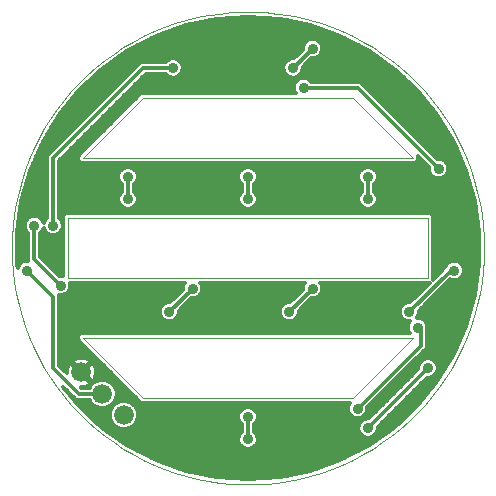
<source format=gbl>
G75*
G70*
%OFA0B0*%
%FSLAX24Y24*%
%IPPOS*%
%LPD*%
%AMOC8*
5,1,8,0,0,1.08239X$1,22.5*
%
%ADD10C,0.0000*%
%ADD11C,0.0660*%
%ADD12C,0.0120*%
%ADD13C,0.0357*%
D10*
X004664Y003164D02*
X002664Y005164D01*
X013664Y005164D01*
X011664Y003164D01*
X004664Y003164D01*
X002164Y007164D02*
X002164Y009164D01*
X014164Y009164D01*
X014164Y007164D01*
X002164Y007164D01*
X002664Y011164D02*
X004664Y013164D01*
X011664Y013164D01*
X013664Y011164D01*
X002664Y011164D01*
X000290Y008164D02*
X000299Y007784D01*
X000327Y007404D01*
X000373Y007026D01*
X000437Y006651D01*
X000519Y006280D01*
X000619Y005912D01*
X000736Y005551D01*
X000871Y005195D01*
X001023Y004846D01*
X001192Y004505D01*
X001377Y004172D01*
X001578Y003849D01*
X001794Y003536D01*
X002025Y003233D01*
X002270Y002943D01*
X002529Y002664D01*
X002802Y002398D01*
X003087Y002146D01*
X003383Y001907D01*
X003691Y001684D01*
X004009Y001475D01*
X004337Y001282D01*
X004674Y001106D01*
X005019Y000945D01*
X005372Y000802D01*
X005731Y000675D01*
X006095Y000567D01*
X006465Y000476D01*
X006838Y000402D01*
X007215Y000347D01*
X007594Y000311D01*
X007974Y000292D01*
X008354Y000292D01*
X008734Y000311D01*
X009113Y000347D01*
X009490Y000402D01*
X009863Y000476D01*
X010233Y000567D01*
X010597Y000675D01*
X010956Y000802D01*
X011309Y000945D01*
X011654Y001106D01*
X011991Y001282D01*
X012319Y001475D01*
X012637Y001684D01*
X012945Y001907D01*
X013241Y002146D01*
X013526Y002398D01*
X013799Y002664D01*
X014058Y002943D01*
X014303Y003233D01*
X014534Y003536D01*
X014750Y003849D01*
X014951Y004172D01*
X015136Y004505D01*
X015305Y004846D01*
X015457Y005195D01*
X015592Y005551D01*
X015709Y005912D01*
X015809Y006280D01*
X015891Y006651D01*
X015955Y007026D01*
X016001Y007404D01*
X016029Y007784D01*
X016038Y008164D01*
X016029Y008544D01*
X016001Y008924D01*
X015955Y009302D01*
X015891Y009677D01*
X015809Y010048D01*
X015709Y010416D01*
X015592Y010777D01*
X015457Y011133D01*
X015305Y011482D01*
X015136Y011823D01*
X014951Y012156D01*
X014750Y012479D01*
X014534Y012792D01*
X014303Y013095D01*
X014058Y013385D01*
X013799Y013664D01*
X013526Y013930D01*
X013241Y014182D01*
X012945Y014421D01*
X012637Y014644D01*
X012319Y014853D01*
X011991Y015046D01*
X011654Y015222D01*
X011309Y015383D01*
X010956Y015526D01*
X010597Y015653D01*
X010233Y015761D01*
X009863Y015852D01*
X009490Y015926D01*
X009113Y015981D01*
X008734Y016017D01*
X008354Y016036D01*
X007974Y016036D01*
X007594Y016017D01*
X007215Y015981D01*
X006838Y015926D01*
X006465Y015852D01*
X006095Y015761D01*
X005731Y015653D01*
X005372Y015526D01*
X005019Y015383D01*
X004674Y015222D01*
X004337Y015046D01*
X004009Y014853D01*
X003691Y014644D01*
X003383Y014421D01*
X003087Y014182D01*
X002802Y013930D01*
X002529Y013664D01*
X002270Y013385D01*
X002025Y013095D01*
X001794Y012792D01*
X001578Y012479D01*
X001377Y012156D01*
X001192Y011823D01*
X001023Y011482D01*
X000871Y011133D01*
X000736Y010777D01*
X000619Y010416D01*
X000519Y010048D01*
X000437Y009677D01*
X000373Y009302D01*
X000327Y008924D01*
X000299Y008544D01*
X000290Y008164D01*
D11*
X002603Y004017D03*
X003310Y003310D03*
X004017Y002603D03*
D12*
X003553Y002711D02*
X002727Y002711D01*
X002600Y002829D02*
X003602Y002829D01*
X003619Y002869D02*
X003547Y002697D01*
X003547Y002510D01*
X003619Y002337D01*
X003751Y002205D01*
X003924Y002133D01*
X004111Y002133D01*
X004284Y002205D01*
X004416Y002337D01*
X004487Y002510D01*
X004487Y002697D01*
X004416Y002869D01*
X004284Y003002D01*
X004111Y003073D01*
X003924Y003073D01*
X003751Y003002D01*
X003619Y002869D01*
X003576Y002912D02*
X003709Y003044D01*
X003780Y003217D01*
X003780Y003404D01*
X003709Y003576D01*
X003576Y003709D01*
X003404Y003780D01*
X003217Y003780D01*
X003044Y003709D01*
X002912Y003576D01*
X002884Y003510D01*
X002600Y003510D01*
X002583Y003527D01*
X002642Y003527D01*
X002718Y003539D01*
X002791Y003563D01*
X002860Y003598D01*
X002922Y003644D01*
X002603Y003963D01*
X002658Y004017D01*
X002977Y003698D01*
X003022Y003760D01*
X003057Y003829D01*
X003081Y003903D01*
X003093Y003979D01*
X003093Y004056D01*
X003081Y004132D01*
X003057Y004205D01*
X003022Y004274D01*
X002977Y004336D01*
X002977Y004337D01*
X002658Y004017D01*
X002603Y004072D01*
X002549Y004017D01*
X002229Y004337D01*
X002229Y004336D02*
X002184Y004274D01*
X002149Y004205D01*
X002125Y004132D01*
X002113Y004056D01*
X002113Y003997D01*
X001864Y004247D01*
X001864Y006456D01*
X001864Y006595D01*
X001977Y006595D01*
X002094Y006644D01*
X002184Y006733D01*
X002232Y006850D01*
X002232Y006977D01*
X002221Y007004D01*
X002230Y007004D01*
X006054Y007004D01*
X006043Y006994D01*
X005995Y006877D01*
X005995Y006778D01*
X005574Y006357D01*
X005475Y006357D01*
X005358Y006309D01*
X005269Y006219D01*
X005220Y006102D01*
X005220Y005975D01*
X005269Y005858D01*
X005358Y005769D01*
X005475Y005720D01*
X005602Y005720D01*
X005719Y005769D01*
X005809Y005858D01*
X005857Y005975D01*
X005857Y006074D01*
X006278Y006495D01*
X006377Y006495D01*
X006494Y006543D01*
X006583Y006633D01*
X006632Y006750D01*
X006632Y006877D01*
X006583Y006994D01*
X006573Y007004D01*
X010054Y007004D01*
X010043Y006994D01*
X009995Y006877D01*
X009995Y006778D01*
X009574Y006357D01*
X009475Y006357D01*
X009358Y006309D01*
X009269Y006219D01*
X009220Y006102D01*
X009220Y005975D01*
X009269Y005858D01*
X009358Y005769D01*
X009475Y005720D01*
X009602Y005720D01*
X009719Y005769D01*
X009809Y005858D01*
X009857Y005975D01*
X009857Y006074D01*
X010278Y006495D01*
X010377Y006495D01*
X010494Y006543D01*
X010583Y006633D01*
X010632Y006750D01*
X010632Y006877D01*
X010583Y006994D01*
X010573Y007004D01*
X014097Y007004D01*
X014221Y007004D01*
X013574Y006357D01*
X013475Y006357D01*
X013358Y006309D01*
X013269Y006219D01*
X013220Y006102D01*
X013220Y005975D01*
X013269Y005858D01*
X013358Y005769D01*
X013475Y005720D01*
X013569Y005720D01*
X013543Y005695D01*
X013495Y005578D01*
X013495Y005451D01*
X013543Y005334D01*
X013554Y005324D01*
X002730Y005324D01*
X002597Y005324D01*
X002504Y005230D01*
X002504Y005097D01*
X004597Y003004D01*
X004730Y003004D01*
X011554Y003004D01*
X011543Y002994D01*
X011495Y002877D01*
X011495Y002750D01*
X011543Y002633D01*
X011633Y002543D01*
X011750Y002495D01*
X011877Y002495D01*
X011994Y002543D01*
X012083Y002633D01*
X012132Y002750D01*
X012132Y002849D01*
X014114Y004831D01*
X014114Y004997D01*
X014114Y005331D01*
X014114Y005407D01*
X014132Y005451D01*
X014132Y005578D01*
X014083Y005695D01*
X013994Y005784D01*
X013877Y005833D01*
X013783Y005833D01*
X013809Y005858D01*
X013857Y005975D01*
X013857Y006074D01*
X014907Y007124D01*
X014975Y007095D01*
X015102Y007095D01*
X015219Y007144D01*
X015309Y007233D01*
X015357Y007350D01*
X015357Y007477D01*
X015309Y007594D01*
X015219Y007684D01*
X015102Y007732D01*
X014975Y007732D01*
X014858Y007684D01*
X014769Y007594D01*
X014739Y007522D01*
X014324Y007107D01*
X014324Y009097D01*
X014324Y009230D01*
X014230Y009324D01*
X002230Y009324D01*
X002097Y009324D01*
X002004Y009230D01*
X002004Y007221D01*
X001977Y007232D01*
X001878Y007232D01*
X001239Y007872D01*
X001239Y008663D01*
X001309Y008733D01*
X001351Y008836D01*
X001394Y008733D01*
X001483Y008644D01*
X001600Y008595D01*
X001727Y008595D01*
X001844Y008644D01*
X001934Y008733D01*
X001982Y008850D01*
X001982Y008977D01*
X001934Y009094D01*
X001864Y009164D01*
X001864Y011081D01*
X004747Y013964D01*
X005413Y013964D01*
X005483Y013894D01*
X005600Y013845D01*
X005727Y013845D01*
X005844Y013894D01*
X005934Y013983D01*
X005982Y014100D01*
X005982Y014227D01*
X005934Y014344D01*
X005844Y014434D01*
X005727Y014482D01*
X005600Y014482D01*
X005483Y014434D01*
X005413Y014364D01*
X004581Y014364D01*
X004464Y014247D01*
X001464Y011247D01*
X001464Y011081D01*
X001464Y009164D01*
X001394Y009094D01*
X001351Y008991D01*
X001309Y009094D01*
X001219Y009184D01*
X001102Y009232D01*
X000975Y009232D01*
X000858Y009184D01*
X000769Y009094D01*
X000720Y008977D01*
X000720Y008850D01*
X000769Y008733D01*
X000839Y008663D01*
X000839Y007872D01*
X000839Y007732D01*
X000725Y007732D01*
X000608Y007684D01*
X000519Y007594D01*
X000485Y007512D01*
X000468Y007637D01*
X000450Y008164D01*
X000839Y008164D01*
X000839Y008282D02*
X000454Y008282D01*
X000450Y008164D02*
X000468Y008690D01*
X000611Y009733D01*
X000895Y010747D01*
X001315Y011713D01*
X001862Y012612D01*
X002526Y013429D01*
X003296Y014148D01*
X004156Y014755D01*
X005090Y015239D01*
X006083Y015592D01*
X007113Y015806D01*
X008164Y015878D01*
X009214Y015806D01*
X010245Y015592D01*
X011237Y015239D01*
X012172Y014755D01*
X013032Y014148D01*
X013801Y013429D01*
X014466Y012612D01*
X015013Y011713D01*
X015432Y010747D01*
X015716Y009733D01*
X015860Y008690D01*
X015878Y008164D01*
X015878Y008164D01*
X014324Y008164D01*
X014324Y008282D02*
X015874Y008282D01*
X015878Y008164D02*
X015860Y007637D01*
X015716Y006594D01*
X015432Y005580D01*
X015013Y004615D01*
X014466Y003715D01*
X013801Y002899D01*
X013032Y002180D01*
X012172Y001573D01*
X011237Y001088D01*
X010245Y000736D01*
X009214Y000522D01*
X008164Y000450D01*
X007113Y000522D01*
X006083Y000736D01*
X005090Y001088D01*
X004156Y001573D01*
X003296Y002180D01*
X002526Y002899D01*
X002002Y003543D01*
X002434Y003110D01*
X002600Y003110D01*
X002884Y003110D01*
X002912Y003044D01*
X003044Y002912D01*
X003217Y002840D01*
X003404Y002840D01*
X003576Y002912D01*
X003613Y002948D02*
X003697Y002948D01*
X003718Y003066D02*
X003908Y003066D01*
X003767Y003185D02*
X004416Y003185D01*
X004298Y003304D02*
X003780Y003304D01*
X003773Y003422D02*
X004179Y003422D01*
X004061Y003541D02*
X003724Y003541D01*
X003626Y003659D02*
X003942Y003659D01*
X003824Y003778D02*
X003410Y003778D01*
X003211Y003778D02*
X003031Y003778D01*
X002977Y003698D02*
X002977Y003698D01*
X002994Y003659D02*
X002907Y003659D01*
X002922Y003644D02*
X002922Y003644D01*
X002897Y003541D02*
X002722Y003541D01*
X002517Y003310D02*
X001664Y004164D01*
X001664Y006539D01*
X000789Y007414D01*
X000509Y007571D02*
X000477Y007571D01*
X000466Y007690D02*
X000623Y007690D01*
X000462Y007808D02*
X000839Y007808D01*
X000839Y007927D02*
X000458Y007927D01*
X000454Y008045D02*
X000839Y008045D01*
X001039Y007789D02*
X001914Y006914D01*
X002043Y006623D02*
X005840Y006623D01*
X005958Y006741D02*
X002187Y006741D01*
X002232Y006860D02*
X005995Y006860D01*
X006037Y006978D02*
X002232Y006978D01*
X002004Y007334D02*
X001776Y007334D01*
X001658Y007453D02*
X002004Y007453D01*
X002004Y007571D02*
X001539Y007571D01*
X001421Y007690D02*
X002004Y007690D01*
X002004Y007808D02*
X001302Y007808D01*
X001239Y007927D02*
X002004Y007927D01*
X002004Y008045D02*
X001239Y008045D01*
X001239Y008164D02*
X002004Y008164D01*
X002004Y008282D02*
X001239Y008282D01*
X001239Y008401D02*
X002004Y008401D01*
X002004Y008519D02*
X001239Y008519D01*
X001239Y008638D02*
X001498Y008638D01*
X001384Y008756D02*
X001318Y008756D01*
X001350Y008994D02*
X001352Y008994D01*
X001291Y009112D02*
X001412Y009112D01*
X001464Y009231D02*
X001106Y009231D01*
X000972Y009231D02*
X000542Y009231D01*
X000558Y009349D02*
X001464Y009349D01*
X001464Y009468D02*
X000575Y009468D01*
X000591Y009586D02*
X001464Y009586D01*
X001464Y009705D02*
X000607Y009705D01*
X000636Y009823D02*
X001464Y009823D01*
X001464Y009942D02*
X000670Y009942D01*
X000703Y010060D02*
X001464Y010060D01*
X001464Y010179D02*
X000736Y010179D01*
X000769Y010298D02*
X001464Y010298D01*
X001464Y010416D02*
X000802Y010416D01*
X000836Y010535D02*
X001464Y010535D01*
X001464Y010653D02*
X000869Y010653D01*
X000906Y010772D02*
X001464Y010772D01*
X001464Y010890D02*
X000957Y010890D01*
X001009Y011009D02*
X001464Y011009D01*
X001464Y011127D02*
X001060Y011127D01*
X001112Y011246D02*
X001464Y011246D01*
X001582Y011364D02*
X001163Y011364D01*
X001215Y011483D02*
X001700Y011483D01*
X001819Y011602D02*
X001266Y011602D01*
X001319Y011720D02*
X001937Y011720D01*
X002056Y011839D02*
X001391Y011839D01*
X001463Y011957D02*
X002174Y011957D01*
X002293Y012076D02*
X001535Y012076D01*
X001607Y012194D02*
X002411Y012194D01*
X002530Y012313D02*
X001679Y012313D01*
X001752Y012431D02*
X002649Y012431D01*
X002767Y012550D02*
X001824Y012550D01*
X001907Y012668D02*
X002886Y012668D01*
X003004Y012787D02*
X002004Y012787D01*
X002100Y012906D02*
X003123Y012906D01*
X003241Y013024D02*
X002197Y013024D01*
X002293Y013143D02*
X003360Y013143D01*
X003478Y013261D02*
X002389Y013261D01*
X002486Y013380D02*
X003597Y013380D01*
X003715Y013498D02*
X002600Y013498D01*
X002727Y013617D02*
X003834Y013617D01*
X003952Y013735D02*
X002854Y013735D01*
X002981Y013854D02*
X004071Y013854D01*
X004190Y013972D02*
X003108Y013972D01*
X003235Y014091D02*
X004308Y014091D01*
X004427Y014209D02*
X003383Y014209D01*
X003551Y014328D02*
X004545Y014328D01*
X004664Y014164D02*
X005664Y014164D01*
X005813Y014447D02*
X009514Y014447D01*
X009483Y014434D02*
X009394Y014344D01*
X009345Y014227D01*
X009345Y014100D01*
X009394Y013983D01*
X009483Y013894D01*
X009600Y013845D01*
X009727Y013845D01*
X009844Y013894D01*
X009934Y013983D01*
X009982Y014100D01*
X009982Y014199D01*
X010278Y014495D01*
X010377Y014495D01*
X010494Y014543D01*
X010583Y014633D01*
X010632Y014750D01*
X010632Y014877D01*
X010583Y014994D01*
X010494Y015083D01*
X010377Y015132D01*
X010250Y015132D01*
X010133Y015083D01*
X010043Y014994D01*
X009995Y014877D01*
X009995Y014778D01*
X009699Y014482D01*
X009600Y014482D01*
X009483Y014434D01*
X009387Y014328D02*
X005940Y014328D01*
X005982Y014209D02*
X009345Y014209D01*
X009349Y014091D02*
X005978Y014091D01*
X005923Y013972D02*
X009405Y013972D01*
X009580Y013854D02*
X005748Y013854D01*
X005580Y013854D02*
X004637Y013854D01*
X004518Y013735D02*
X009785Y013735D01*
X009744Y013695D02*
X009696Y013578D01*
X009696Y013451D01*
X009744Y013334D01*
X009754Y013324D01*
X004730Y013324D01*
X004597Y013324D01*
X002504Y011230D01*
X002504Y011097D01*
X002597Y011004D01*
X002730Y011004D01*
X013730Y011004D01*
X013824Y011097D01*
X013824Y011221D01*
X014196Y010849D01*
X014196Y010750D01*
X014244Y010633D01*
X014334Y010543D01*
X014451Y010495D01*
X014578Y010495D01*
X014695Y010543D01*
X014784Y010633D01*
X014833Y010750D01*
X014833Y010877D01*
X014784Y010994D01*
X014695Y011083D01*
X014578Y011132D01*
X014479Y011132D01*
X011896Y013714D01*
X011731Y013714D01*
X010264Y013714D01*
X010195Y013784D01*
X010078Y013833D01*
X009951Y013833D01*
X009834Y013784D01*
X009744Y013695D01*
X009712Y013617D02*
X004400Y013617D01*
X004281Y013498D02*
X009696Y013498D01*
X009725Y013380D02*
X004163Y013380D01*
X004044Y013261D02*
X004535Y013261D01*
X004416Y013143D02*
X003925Y013143D01*
X003807Y013024D02*
X004298Y013024D01*
X004179Y012906D02*
X003688Y012906D01*
X003570Y012787D02*
X004061Y012787D01*
X003942Y012668D02*
X003451Y012668D01*
X003333Y012550D02*
X003824Y012550D01*
X003705Y012431D02*
X003214Y012431D01*
X003096Y012313D02*
X003587Y012313D01*
X003468Y012194D02*
X002977Y012194D01*
X002859Y012076D02*
X003349Y012076D01*
X003231Y011957D02*
X002740Y011957D01*
X002621Y011839D02*
X003112Y011839D01*
X002994Y011720D02*
X002503Y011720D01*
X002384Y011602D02*
X002875Y011602D01*
X002757Y011483D02*
X002266Y011483D01*
X002147Y011364D02*
X002638Y011364D01*
X002520Y011246D02*
X002029Y011246D01*
X001910Y011127D02*
X002504Y011127D01*
X002592Y011009D02*
X001864Y011009D01*
X001864Y010890D02*
X014154Y010890D01*
X014196Y010772D02*
X012381Y010772D01*
X012344Y010809D02*
X012227Y010857D01*
X012100Y010857D01*
X011983Y010809D01*
X011894Y010719D01*
X011845Y010602D01*
X011845Y010475D01*
X011894Y010358D01*
X011964Y010288D01*
X011964Y010039D01*
X011894Y009969D01*
X011845Y009852D01*
X011845Y009725D01*
X011894Y009608D01*
X011983Y009519D01*
X012100Y009470D01*
X012227Y009470D01*
X012344Y009519D01*
X012434Y009608D01*
X012482Y009725D01*
X012482Y009852D01*
X012434Y009969D01*
X012364Y010039D01*
X012364Y010288D01*
X012434Y010358D01*
X012482Y010475D01*
X012482Y010602D01*
X012434Y010719D01*
X012344Y010809D01*
X012461Y010653D02*
X014236Y010653D01*
X014355Y010535D02*
X012482Y010535D01*
X012458Y010416D02*
X015525Y010416D01*
X015558Y010298D02*
X012373Y010298D01*
X012364Y010179D02*
X015592Y010179D01*
X015625Y010060D02*
X012364Y010060D01*
X012445Y009942D02*
X015658Y009942D01*
X015691Y009823D02*
X012482Y009823D01*
X012474Y009705D02*
X015720Y009705D01*
X015737Y009586D02*
X012412Y009586D01*
X012164Y009789D02*
X012164Y010539D01*
X011946Y010772D02*
X008381Y010772D01*
X008344Y010809D02*
X008434Y010719D01*
X008482Y010602D01*
X008482Y010475D01*
X008434Y010358D01*
X008364Y010288D01*
X008364Y010039D01*
X008434Y009969D01*
X008482Y009852D01*
X008482Y009725D01*
X008434Y009608D01*
X008344Y009519D01*
X008227Y009470D01*
X008100Y009470D01*
X007983Y009519D01*
X007894Y009608D01*
X007845Y009725D01*
X007845Y009852D01*
X007894Y009969D01*
X007964Y010039D01*
X007964Y010288D01*
X007894Y010358D01*
X007845Y010475D01*
X007845Y010602D01*
X007894Y010719D01*
X007983Y010809D01*
X008100Y010857D01*
X008227Y010857D01*
X008344Y010809D01*
X008461Y010653D02*
X011867Y010653D01*
X011845Y010535D02*
X008482Y010535D01*
X008458Y010416D02*
X011870Y010416D01*
X011955Y010298D02*
X008373Y010298D01*
X008364Y010179D02*
X011964Y010179D01*
X011964Y010060D02*
X008364Y010060D01*
X008445Y009942D02*
X011883Y009942D01*
X011845Y009823D02*
X008482Y009823D01*
X008474Y009705D02*
X011854Y009705D01*
X011916Y009586D02*
X008412Y009586D01*
X008164Y009789D02*
X008164Y010539D01*
X007946Y010772D02*
X004381Y010772D01*
X004344Y010809D02*
X004227Y010857D01*
X004100Y010857D01*
X003983Y010809D01*
X003894Y010719D01*
X003845Y010602D01*
X003845Y010475D01*
X003894Y010358D01*
X003964Y010288D01*
X003964Y010039D01*
X003894Y009969D01*
X003845Y009852D01*
X003845Y009725D01*
X003894Y009608D01*
X003983Y009519D01*
X004100Y009470D01*
X004227Y009470D01*
X004344Y009519D01*
X004434Y009608D01*
X004482Y009725D01*
X004482Y009852D01*
X004434Y009969D01*
X004364Y010039D01*
X004364Y010288D01*
X004434Y010358D01*
X004482Y010475D01*
X004482Y010602D01*
X004434Y010719D01*
X004344Y010809D01*
X004461Y010653D02*
X007867Y010653D01*
X007845Y010535D02*
X004482Y010535D01*
X004458Y010416D02*
X007870Y010416D01*
X007955Y010298D02*
X004373Y010298D01*
X004364Y010179D02*
X007964Y010179D01*
X007964Y010060D02*
X004364Y010060D01*
X004445Y009942D02*
X007883Y009942D01*
X007845Y009823D02*
X004482Y009823D01*
X004474Y009705D02*
X007854Y009705D01*
X007916Y009586D02*
X004412Y009586D01*
X004164Y009789D02*
X004164Y010539D01*
X003946Y010772D02*
X001864Y010772D01*
X001864Y010653D02*
X003867Y010653D01*
X003845Y010535D02*
X001864Y010535D01*
X001864Y010416D02*
X003870Y010416D01*
X003955Y010298D02*
X001864Y010298D01*
X001864Y010179D02*
X003964Y010179D01*
X003964Y010060D02*
X001864Y010060D01*
X001864Y009942D02*
X003883Y009942D01*
X003845Y009823D02*
X001864Y009823D01*
X001864Y009705D02*
X003854Y009705D01*
X003916Y009586D02*
X001864Y009586D01*
X001864Y009468D02*
X015753Y009468D01*
X015769Y009349D02*
X001864Y009349D01*
X001864Y009231D02*
X002004Y009231D01*
X002004Y009112D02*
X001916Y009112D01*
X001975Y008994D02*
X002004Y008994D01*
X002004Y008875D02*
X001982Y008875D01*
X002004Y008756D02*
X001943Y008756D01*
X002004Y008638D02*
X001830Y008638D01*
X001664Y008914D02*
X001664Y011164D01*
X004664Y014164D01*
X004247Y014802D02*
X009995Y014802D01*
X010013Y014921D02*
X004476Y014921D01*
X004705Y015039D02*
X010089Y015039D01*
X010313Y014813D02*
X009664Y014164D01*
X009923Y013972D02*
X013220Y013972D01*
X013347Y013854D02*
X009748Y013854D01*
X009978Y014091D02*
X013093Y014091D01*
X012944Y014209D02*
X009992Y014209D01*
X010111Y014328D02*
X012776Y014328D01*
X012608Y014447D02*
X010229Y014447D01*
X010515Y014565D02*
X012441Y014565D01*
X012273Y014684D02*
X010604Y014684D01*
X010632Y014802D02*
X012080Y014802D01*
X011852Y014921D02*
X010614Y014921D01*
X010538Y015039D02*
X011623Y015039D01*
X011394Y015158D02*
X004934Y015158D01*
X005195Y015276D02*
X011132Y015276D01*
X010799Y015395D02*
X005529Y015395D01*
X005862Y015513D02*
X010465Y015513D01*
X010051Y015632D02*
X006276Y015632D01*
X006847Y015751D02*
X009481Y015751D01*
X009901Y014684D02*
X004055Y014684D01*
X003887Y014565D02*
X009782Y014565D01*
X010243Y013735D02*
X013473Y013735D01*
X013600Y013617D02*
X011994Y013617D01*
X012112Y013498D02*
X013727Y013498D01*
X013842Y013380D02*
X012231Y013380D01*
X012349Y013261D02*
X013938Y013261D01*
X014034Y013143D02*
X012468Y013143D01*
X012586Y013024D02*
X014131Y013024D01*
X014227Y012906D02*
X012705Y012906D01*
X012823Y012787D02*
X014324Y012787D01*
X014420Y012668D02*
X012942Y012668D01*
X013060Y012550D02*
X014504Y012550D01*
X014576Y012431D02*
X013179Y012431D01*
X013298Y012313D02*
X014648Y012313D01*
X014720Y012194D02*
X013416Y012194D01*
X013535Y012076D02*
X014792Y012076D01*
X014864Y011957D02*
X013653Y011957D01*
X013772Y011839D02*
X014936Y011839D01*
X015008Y011720D02*
X013890Y011720D01*
X014009Y011602D02*
X015061Y011602D01*
X015113Y011483D02*
X014127Y011483D01*
X014246Y011364D02*
X015164Y011364D01*
X015216Y011246D02*
X014364Y011246D01*
X014588Y011127D02*
X015267Y011127D01*
X015319Y011009D02*
X014769Y011009D01*
X014827Y010890D02*
X015370Y010890D01*
X015422Y010772D02*
X014833Y010772D01*
X014792Y010653D02*
X015459Y010653D01*
X015492Y010535D02*
X014673Y010535D01*
X014514Y010813D02*
X011813Y013514D01*
X010014Y013514D01*
X008291Y015869D02*
X008037Y015869D01*
X005514Y014447D02*
X003719Y014447D01*
X000787Y009112D02*
X000526Y009112D01*
X000509Y008994D02*
X000727Y008994D01*
X000720Y008875D02*
X000493Y008875D01*
X000477Y008756D02*
X000759Y008756D01*
X000839Y008638D02*
X000466Y008638D01*
X000462Y008519D02*
X000839Y008519D01*
X000839Y008401D02*
X000458Y008401D01*
X000450Y008164D02*
X000450Y008164D01*
X001039Y007789D02*
X001039Y008914D01*
X001864Y006504D02*
X005721Y006504D01*
X005603Y006386D02*
X001864Y006386D01*
X001864Y006267D02*
X005317Y006267D01*
X005240Y006149D02*
X001864Y006149D01*
X001864Y006030D02*
X005220Y006030D01*
X005247Y005911D02*
X001864Y005911D01*
X001864Y005793D02*
X005334Y005793D01*
X005539Y006039D02*
X006313Y006813D01*
X006399Y006504D02*
X009721Y006504D01*
X009603Y006386D02*
X006168Y006386D01*
X006050Y006267D02*
X009317Y006267D01*
X009240Y006149D02*
X005931Y006149D01*
X005857Y006030D02*
X009220Y006030D01*
X009247Y005911D02*
X005831Y005911D01*
X005743Y005793D02*
X009334Y005793D01*
X009539Y006039D02*
X010313Y006813D01*
X010573Y006623D02*
X013840Y006623D01*
X013958Y006741D02*
X010628Y006741D01*
X010632Y006860D02*
X014077Y006860D01*
X014196Y006978D02*
X010590Y006978D01*
X010399Y006504D02*
X013721Y006504D01*
X013603Y006386D02*
X010168Y006386D01*
X010050Y006267D02*
X013317Y006267D01*
X013240Y006149D02*
X009931Y006149D01*
X009857Y006030D02*
X013220Y006030D01*
X013247Y005911D02*
X009831Y005911D01*
X009743Y005793D02*
X013334Y005793D01*
X013535Y005674D02*
X001864Y005674D01*
X001864Y005556D02*
X013495Y005556D01*
X013501Y005437D02*
X001864Y005437D01*
X001864Y005319D02*
X002592Y005319D01*
X002504Y005200D02*
X001864Y005200D01*
X001864Y005082D02*
X002520Y005082D01*
X002638Y004963D02*
X001864Y004963D01*
X001864Y004845D02*
X002757Y004845D01*
X002875Y004726D02*
X001864Y004726D01*
X001864Y004607D02*
X002994Y004607D01*
X003112Y004489D02*
X002737Y004489D01*
X002718Y004495D02*
X002642Y004507D01*
X002565Y004507D01*
X002488Y004495D01*
X002415Y004471D01*
X002346Y004436D01*
X002284Y004391D01*
X002284Y004391D01*
X002603Y004072D01*
X002922Y004391D01*
X002860Y004436D01*
X002791Y004471D01*
X002718Y004495D01*
X002902Y004370D02*
X003231Y004370D01*
X003349Y004252D02*
X003034Y004252D01*
X003081Y004133D02*
X003468Y004133D01*
X003586Y004015D02*
X003093Y004015D01*
X003079Y003896D02*
X003705Y003896D01*
X003310Y003310D02*
X002517Y003310D01*
X002360Y003185D02*
X002293Y003185D01*
X002241Y003304D02*
X002197Y003304D01*
X002123Y003422D02*
X002100Y003422D01*
X002004Y003541D02*
X002004Y003541D01*
X002096Y004015D02*
X002113Y004015D01*
X002126Y004133D02*
X001977Y004133D01*
X001864Y004252D02*
X002173Y004252D01*
X002229Y004336D02*
X002229Y004337D01*
X002304Y004370D02*
X001864Y004370D01*
X001864Y004489D02*
X002469Y004489D01*
X002423Y004252D02*
X002314Y004252D01*
X002433Y004133D02*
X002541Y004133D01*
X002665Y004133D02*
X002774Y004133D01*
X002783Y004252D02*
X002892Y004252D01*
X002922Y004391D02*
X002922Y004391D01*
X002660Y004015D02*
X002655Y004015D01*
X002670Y003896D02*
X002779Y003896D01*
X002788Y003778D02*
X002897Y003778D01*
X002902Y003066D02*
X002389Y003066D01*
X002486Y002948D02*
X003008Y002948D01*
X002854Y002592D02*
X003547Y002592D01*
X003562Y002474D02*
X002981Y002474D01*
X003108Y002355D02*
X003611Y002355D01*
X003719Y002237D02*
X003235Y002237D01*
X003383Y002118D02*
X007964Y002118D01*
X007964Y002039D02*
X007894Y001969D01*
X007845Y001852D01*
X007845Y001725D01*
X007894Y001608D01*
X007983Y001519D01*
X008100Y001470D01*
X008227Y001470D01*
X008344Y001519D01*
X008434Y001608D01*
X008482Y001725D01*
X008482Y001852D01*
X008434Y001969D01*
X008364Y002039D01*
X008364Y002288D01*
X008434Y002358D01*
X008482Y002475D01*
X008482Y002602D01*
X008434Y002719D01*
X008344Y002809D01*
X008227Y002857D01*
X008100Y002857D01*
X007983Y002809D01*
X007894Y002719D01*
X007845Y002602D01*
X007845Y002475D01*
X007894Y002358D01*
X007964Y002288D01*
X007964Y002039D01*
X007924Y002000D02*
X003551Y002000D01*
X003719Y001881D02*
X007857Y001881D01*
X007845Y001762D02*
X003887Y001762D01*
X004055Y001644D02*
X007879Y001644D01*
X007977Y001525D02*
X004247Y001525D01*
X004476Y001407D02*
X011852Y001407D01*
X012080Y001525D02*
X008351Y001525D01*
X008448Y001644D02*
X012273Y001644D01*
X012441Y001762D02*
X008482Y001762D01*
X008470Y001881D02*
X012014Y001881D01*
X011983Y001894D02*
X012100Y001845D01*
X012227Y001845D01*
X012344Y001894D01*
X012434Y001983D01*
X012482Y002100D01*
X012482Y002199D01*
X014128Y003845D01*
X014227Y003845D01*
X014344Y003894D01*
X014434Y003983D01*
X014482Y004100D01*
X014482Y004227D01*
X014434Y004344D01*
X014344Y004434D01*
X014227Y004482D01*
X014100Y004482D01*
X013983Y004434D01*
X013894Y004344D01*
X013845Y004227D01*
X013845Y004128D01*
X012199Y002482D01*
X012100Y002482D01*
X011983Y002434D01*
X011894Y002344D01*
X011845Y002227D01*
X011845Y002100D01*
X011894Y001983D01*
X011983Y001894D01*
X011887Y002000D02*
X008403Y002000D01*
X008364Y002118D02*
X011845Y002118D01*
X011849Y002237D02*
X008364Y002237D01*
X008430Y002355D02*
X011905Y002355D01*
X012080Y002474D02*
X008481Y002474D01*
X008482Y002592D02*
X011584Y002592D01*
X011511Y002711D02*
X008437Y002711D01*
X008294Y002829D02*
X011495Y002829D01*
X011524Y002948D02*
X004337Y002948D01*
X004432Y002829D02*
X008033Y002829D01*
X007890Y002711D02*
X004481Y002711D01*
X004487Y002592D02*
X007845Y002592D01*
X007846Y002474D02*
X004472Y002474D01*
X004423Y002355D02*
X007897Y002355D01*
X007964Y002237D02*
X004316Y002237D01*
X004127Y003066D02*
X004535Y003066D01*
X004705Y001288D02*
X011623Y001288D01*
X011394Y001170D02*
X004933Y001170D01*
X005195Y001051D02*
X011132Y001051D01*
X010799Y000933D02*
X005529Y000933D01*
X005862Y000814D02*
X010465Y000814D01*
X010051Y000696D02*
X006276Y000696D01*
X006083Y000736D02*
X006083Y000736D01*
X006847Y000577D02*
X009481Y000577D01*
X008292Y000458D02*
X008036Y000458D01*
X008164Y001789D02*
X008164Y002539D01*
X011813Y002813D02*
X013914Y004914D01*
X013914Y005414D01*
X013813Y005514D01*
X013972Y005793D02*
X015492Y005793D01*
X015525Y005911D02*
X013831Y005911D01*
X013857Y006030D02*
X015558Y006030D01*
X015592Y006149D02*
X013931Y006149D01*
X014050Y006267D02*
X015625Y006267D01*
X015658Y006386D02*
X014168Y006386D01*
X014287Y006504D02*
X015691Y006504D01*
X015720Y006623D02*
X014406Y006623D01*
X014524Y006741D02*
X015737Y006741D01*
X015753Y006860D02*
X014643Y006860D01*
X014761Y006978D02*
X015769Y006978D01*
X015786Y007097D02*
X015106Y007097D01*
X014972Y007097D02*
X014880Y007097D01*
X014914Y007414D02*
X013539Y006039D01*
X014092Y005674D02*
X015459Y005674D01*
X015422Y005556D02*
X014132Y005556D01*
X014126Y005437D02*
X015370Y005437D01*
X015319Y005319D02*
X014114Y005319D01*
X014114Y005200D02*
X015267Y005200D01*
X015216Y005082D02*
X014114Y005082D01*
X014114Y004963D02*
X015164Y004963D01*
X015113Y004845D02*
X014114Y004845D01*
X014009Y004726D02*
X015061Y004726D01*
X015009Y004607D02*
X013890Y004607D01*
X013772Y004489D02*
X014936Y004489D01*
X014864Y004370D02*
X014407Y004370D01*
X014472Y004252D02*
X014792Y004252D01*
X014720Y004133D02*
X014482Y004133D01*
X014447Y004015D02*
X014648Y004015D01*
X014576Y003896D02*
X014347Y003896D01*
X014504Y003778D02*
X014060Y003778D01*
X013942Y003659D02*
X014420Y003659D01*
X014324Y003541D02*
X013823Y003541D01*
X013705Y003422D02*
X014227Y003422D01*
X014131Y003304D02*
X013586Y003304D01*
X013468Y003185D02*
X014035Y003185D01*
X013938Y003066D02*
X013349Y003066D01*
X013231Y002948D02*
X013842Y002948D01*
X013727Y002829D02*
X013112Y002829D01*
X012994Y002711D02*
X013600Y002711D01*
X013474Y002592D02*
X012875Y002592D01*
X012756Y002474D02*
X013347Y002474D01*
X013220Y002355D02*
X012638Y002355D01*
X012519Y002237D02*
X013093Y002237D01*
X012944Y002118D02*
X012482Y002118D01*
X012440Y002000D02*
X012776Y002000D01*
X012609Y001881D02*
X012313Y001881D01*
X012164Y002164D02*
X014164Y004164D01*
X014164Y004164D01*
X013920Y004370D02*
X013653Y004370D01*
X013535Y004252D02*
X013856Y004252D01*
X013845Y004133D02*
X013416Y004133D01*
X013298Y004015D02*
X013732Y004015D01*
X013613Y003896D02*
X013179Y003896D01*
X013061Y003778D02*
X013495Y003778D01*
X013376Y003659D02*
X012942Y003659D01*
X012823Y003541D02*
X013258Y003541D01*
X013139Y003422D02*
X012705Y003422D01*
X012586Y003304D02*
X013021Y003304D01*
X012902Y003185D02*
X012468Y003185D01*
X012349Y003066D02*
X012784Y003066D01*
X012665Y002948D02*
X012231Y002948D01*
X012132Y002829D02*
X012546Y002829D01*
X012428Y002711D02*
X012116Y002711D01*
X012043Y002592D02*
X012309Y002592D01*
X009840Y006623D02*
X006573Y006623D01*
X006628Y006741D02*
X009958Y006741D01*
X009995Y006860D02*
X006632Y006860D01*
X006590Y006978D02*
X010037Y006978D01*
X013735Y011009D02*
X014036Y011009D01*
X013917Y011127D02*
X013824Y011127D01*
X014323Y009231D02*
X015786Y009231D01*
X015802Y009112D02*
X014324Y009112D01*
X014324Y008994D02*
X015818Y008994D01*
X015834Y008875D02*
X014324Y008875D01*
X014324Y008756D02*
X015851Y008756D01*
X015862Y008638D02*
X014324Y008638D01*
X014324Y008519D02*
X015866Y008519D01*
X015870Y008401D02*
X014324Y008401D01*
X014324Y008045D02*
X015874Y008045D01*
X015870Y007927D02*
X014324Y007927D01*
X014324Y007808D02*
X015866Y007808D01*
X015862Y007690D02*
X015205Y007690D01*
X015318Y007571D02*
X015851Y007571D01*
X015834Y007453D02*
X015357Y007453D01*
X015350Y007334D02*
X015818Y007334D01*
X015802Y007215D02*
X015291Y007215D01*
X015039Y007414D02*
X014914Y007414D01*
X014759Y007571D02*
X014324Y007571D01*
X014324Y007453D02*
X014670Y007453D01*
X014551Y007334D02*
X014324Y007334D01*
X014324Y007215D02*
X014433Y007215D01*
X014324Y007690D02*
X014873Y007690D01*
D13*
X015039Y007414D03*
X015164Y006164D03*
X013813Y005514D03*
X013539Y006039D03*
X011789Y005664D03*
X010313Y006813D03*
X009539Y006039D03*
X007789Y005664D03*
X006313Y006813D03*
X005539Y006039D03*
X003789Y005664D03*
X001914Y006914D03*
X000789Y007414D03*
X001039Y008914D03*
X001664Y008914D03*
X003789Y009539D03*
X004164Y009789D03*
X004164Y010539D03*
X003664Y014164D03*
X004164Y014414D03*
X005664Y014164D03*
X007789Y013664D03*
X009664Y014164D03*
X010014Y013514D03*
X010539Y013914D03*
X010313Y014813D03*
X014039Y011914D03*
X014414Y012164D03*
X014514Y010813D03*
X015164Y010164D03*
X012164Y010539D03*
X012164Y009789D03*
X011789Y009539D03*
X008164Y009789D03*
X007789Y009539D03*
X008164Y010539D03*
X014164Y004164D03*
X012164Y002164D03*
X011789Y001664D03*
X011813Y002813D03*
X008164Y002539D03*
X008164Y001789D03*
X007789Y001539D03*
M02*

</source>
